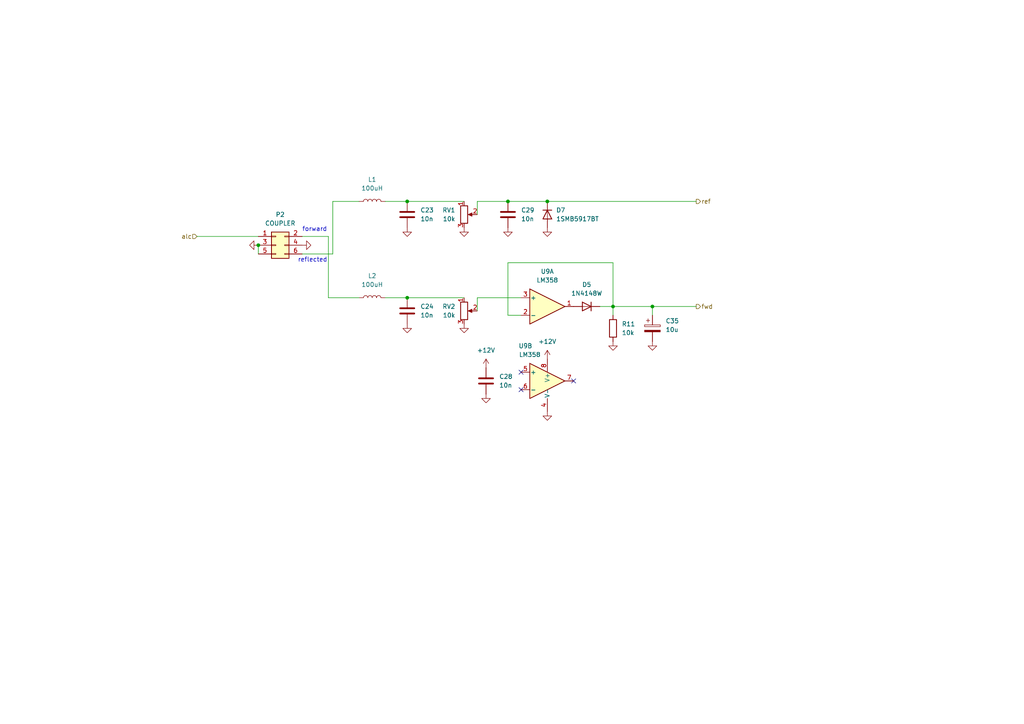
<source format=kicad_sch>
(kicad_sch (version 20230121) (generator eeschema)
  (paper "A4")
  (lib_symbols
    (symbol "Amplifier_Operational:LM358" (pin_names (offset 0.127))
      (property "Reference" "U" (at 0 5.08 0))
      (property "Value" "LM358" (at 0 -5.08 0))
      (symbol "LM358_1_1"
        (polyline (pts (xy -5.08 5.08) (xy 5.08 0) (xy -5.08 -5.08) (xy -5.08 5.08)) (stroke (width 0.254)) (fill (type background)))
        (pin output line (at 7.62 0 180) (length 2.54) (name "~") (number "1"))
        (pin input line (at -7.62 -2.54 0) (length 2.54) (name "-") (number "2"))
        (pin input line (at -7.62 2.54 0) (length 2.54) (name "+") (number "3"))
      )
      (symbol "LM358_2_1"
        (polyline (pts (xy -5.08 5.08) (xy 5.08 0) (xy -5.08 -5.08) (xy -5.08 5.08)) (stroke (width 0.254)) (fill (type background)))
        (pin input line (at -7.62 2.54 0) (length 2.54) (name "+") (number "5"))
        (pin input line (at -7.62 -2.54 0) (length 2.54) (name "-") (number "6"))
        (pin output line (at 7.62 0 180) (length 2.54) (name "~") (number "7"))
      )
      (symbol "LM358_3_1"
        (pin power_in line (at -2.54 -7.62 90) (length 3.81) (name "V-") (number "4"))
        (pin power_in line (at -2.54 7.62 270) (length 3.81) (name "V+") (number "8"))
      )
    )
    (symbol "Connector_Generic:Conn_02x03_Odd_Even" (pin_names (offset 1.016) hide)
      (property "Reference" "J" (at 1.27 5.08 0))
      (property "Value" "Conn_02x03_Odd_Even" (at 1.27 -5.08 0))
      (symbol "Conn_02x03_Odd_Even_1_1"
        (rectangle (start -1.27 -2.413) (end 0 -2.667) (stroke (width 0.1524)))
        (rectangle (start -1.27 0.127) (end 0 -0.127) (stroke (width 0.1524)))
        (rectangle (start -1.27 2.667) (end 0 2.413) (stroke (width 0.1524)))
        (rectangle (start -1.27 3.81) (end 3.81 -3.81) (stroke (width 0.254)) (fill (type background)))
        (rectangle (start 3.81 -2.413) (end 2.54 -2.667) (stroke (width 0.1524)))
        (rectangle (start 3.81 0.127) (end 2.54 -0.127) (stroke (width 0.1524)))
        (rectangle (start 3.81 2.667) (end 2.54 2.413) (stroke (width 0.1524)))
        (pin passive line (at -5.08 2.54 0) (length 3.81) (name "Pin_1") (number "1"))
        (pin passive line (at 7.62 2.54 180) (length 3.81) (name "Pin_2") (number "2"))
        (pin passive line (at -5.08 0 0) (length 3.81) (name "Pin_3") (number "3"))
        (pin passive line (at 7.62 0 180) (length 3.81) (name "Pin_4") (number "4"))
        (pin passive line (at -5.08 -2.54 0) (length 3.81) (name "Pin_5") (number "5"))
        (pin passive line (at 7.62 -2.54 180) (length 3.81) (name "Pin_6") (number "6"))
      )
    )
    (symbol "Device:C" (pin_numbers hide) (pin_names (offset 0.254))
      (property "Reference" "C" (at 0.635 2.54 0))
      (property "Value" "C" (at 0.635 -2.54 0))
      (symbol "C_0_1"
        (polyline (pts (xy -2.032 -0.762) (xy 2.032 -0.762)) (stroke (width 0.508)))
        (polyline (pts (xy -2.032 0.762) (xy 2.032 0.762)) (stroke (width 0.508)))
      )
      (symbol "C_1_1"
        (pin passive line (at 0 3.81 270) (length 2.794) (name "~") (number "1"))
        (pin passive line (at 0 -3.81 90) (length 2.794) (name "~") (number "2"))
      )
    )
    (symbol "Device:C_Polarized" (pin_numbers hide) (pin_names (offset 0.254))
      (property "Reference" "C" (at 0.635 2.54 0))
      (property "Value" "C_Polarized" (at 0.635 -2.54 0))
      (symbol "C_Polarized_0_1"
        (rectangle (start -2.286 0.508) (end 2.286 1.016))
        (polyline (pts (xy -1.778 2.286) (xy -0.762 2.286)))
        (polyline (pts (xy -1.27 2.794) (xy -1.27 1.778)))
        (rectangle (start 2.286 -0.508) (end -2.286 -1.016) (fill (type outline)))
      )
      (symbol "C_Polarized_1_1"
        (pin passive line (at 0 3.81 270) (length 2.794) (name "~") (number "1"))
        (pin passive line (at 0 -3.81 90) (length 2.794) (name "~") (number "2"))
      )
    )
    (symbol "Device:D" (pin_numbers hide) (pin_names (offset 1.016) hide)
      (property "Reference" "D" (at 0 2.54 0))
      (property "Value" "D" (at 0 -2.54 0))
      (symbol "D_0_1"
        (polyline (pts (xy -1.27 1.27) (xy -1.27 -1.27)) (stroke (width 0.254)))
        (polyline (pts (xy 1.27 0) (xy -1.27 0)))
        (polyline (pts (xy 1.27 1.27) (xy 1.27 -1.27) (xy -1.27 0) (xy 1.27 1.27)) (stroke (width 0.254)))
      )
      (symbol "D_1_1"
        (pin passive line (at -3.81 0 0) (length 2.54) (name "K") (number "1"))
        (pin passive line (at 3.81 0 180) (length 2.54) (name "A") (number "2"))
      )
    )
    (symbol "Device:L" (pin_numbers hide) (pin_names (offset 1.016) hide)
      (property "Reference" "L" (at -1.27 0 90))
      (property "Value" "L" (at 1.905 0 90))
      (symbol "L_0_1"
        (arc (start 0 -2.54) (mid 0.6323 -1.905) (end 0 -1.27))
        (arc (start 0 -1.27) (mid 0.6323 -0.635) (end 0 0))
        (arc (start 0 0) (mid 0.6323 0.635) (end 0 1.27))
        (arc (start 0 1.27) (mid 0.6323 1.905) (end 0 2.54))
      )
      (symbol "L_1_1"
        (pin passive line (at 0 3.81 270) (length 1.27) (name "1") (number "1"))
        (pin passive line (at 0 -3.81 90) (length 1.27) (name "2") (number "2"))
      )
    )
    (symbol "Device:R" (pin_numbers hide) (pin_names (offset 0))
      (property "Reference" "R" (at 2.032 0 90))
      (property "Value" "R" (at 0 0 90))
      (symbol "R_0_1"
        (rectangle (start -1.016 -2.54) (end 1.016 2.54) (stroke (width 0.254)))
      )
      (symbol "R_1_1"
        (pin passive line (at 0 3.81 270) (length 1.27) (name "~") (number "1"))
        (pin passive line (at 0 -3.81 90) (length 1.27) (name "~") (number "2"))
      )
    )
    (symbol "Device:R_Potentiometer" (pin_names (offset 1.016) hide)
      (property "Reference" "RV" (at -4.445 0 90))
      (property "Value" "R_Potentiometer" (at -2.54 0 90))
      (symbol "R_Potentiometer_0_1"
        (polyline (pts (xy 2.54 0) (xy 1.524 0)))
        (polyline (pts (xy 1.143 0) (xy 2.286 0.508) (xy 2.286 -0.508) (xy 1.143 0)) (fill (type outline)))
        (rectangle (start 1.016 2.54) (end -1.016 -2.54) (stroke (width 0.254)))
      )
      (symbol "R_Potentiometer_1_1"
        (pin passive line (at 0 3.81 270) (length 1.27) (name "1") (number "1"))
        (pin passive line (at 3.81 0 180) (length 1.27) (name "2") (number "2"))
        (pin passive line (at 0 -3.81 90) (length 1.27) (name "3") (number "3"))
      )
    )
    (symbol "Diode:1N4148W" (pin_numbers hide) (pin_names hide)
      (property "Reference" "D" (at 0 2.54 0))
      (property "Value" "1N4148W" (at 0 -2.54 0))
      (symbol "1N4148W_0_1"
        (polyline (pts (xy -1.27 1.27) (xy -1.27 -1.27)) (stroke (width 0.254)))
        (polyline (pts (xy 1.27 0) (xy -1.27 0)))
        (polyline (pts (xy 1.27 1.27) (xy 1.27 -1.27) (xy -1.27 0) (xy 1.27 1.27)) (stroke (width 0.254)))
      )
      (symbol "1N4148W_1_1"
        (pin passive line (at -3.81 0 0) (length 2.54) (name "K") (number "1"))
        (pin passive line (at 3.81 0 180) (length 2.54) (name "A") (number "2"))
      )
    )
    (symbol "power:+12V" (power) (pin_names (offset 0))
      (property "Value" "+12V" (at 0 3.556 0))
      (symbol "+12V_0_1"
        (polyline (pts (xy -0.762 1.27) (xy 0 2.54)))
        (polyline (pts (xy 0 0) (xy 0 2.54)))
        (polyline (pts (xy 0 2.54) (xy 0.762 1.27)))
      )
      (symbol "+12V_1_1"
        (pin power_in line (at 0 0 90) (length 0) hide (name "+12V") (number "1"))
      )
    )
    (symbol "power:GND" (power) (pin_names (offset 0))
      (property "Value" "GND" (at 0 -3.81 0))
      (symbol "GND_0_1"
        (polyline (pts (xy 0 0) (xy 0 -1.27) (xy 1.27 -1.27) (xy 0 -2.54) (xy -1.27 -1.27) (xy 0 -1.27)))
      )
      (symbol "GND_1_1"
        (pin power_in line (at 0 0 270) (length 0) hide (name "GND") (number "1"))
      )
    )
  )
  (junction (at 118.11 58.42))
  (junction (at 147.32 58.42))
  (junction (at 118.11 86.36))
  (junction (at 158.75 58.42))
  (junction (at 74.93 71.12))
  (junction (at 189.23 88.9))
  (junction (at 177.8 88.9))
  (no_connect (at 151.13 107.95))
  (no_connect (at 151.13 113.03))
  (no_connect (at 166.37 110.49))
  (wire (pts (xy 138.43 86.36) (xy 151.13 86.36)))
  (wire (pts (xy 111.76 86.36) (xy 118.11 86.36)))
  (wire (pts (xy 158.75 58.42) (xy 201.93 58.42)))
  (wire (pts (xy 96.52 58.42) (xy 104.14 58.42)))
  (wire (pts (xy 95.25 86.36) (xy 104.14 86.36)))
  (wire (pts (xy 177.8 76.2) (xy 177.8 88.9)))
  (wire (pts (xy 151.13 91.44) (xy 147.32 91.44)))
  (wire (pts (xy 95.25 68.58) (xy 95.25 86.36)))
  (wire (pts (xy 138.43 90.17) (xy 138.43 86.36)))
  (wire (pts (xy 57.15 68.58) (xy 74.93 68.58)))
  (wire (pts (xy 177.8 88.9) (xy 189.23 88.9)))
  (wire (pts (xy 111.76 58.42) (xy 118.11 58.42)))
  (wire (pts (xy 147.32 58.42) (xy 158.75 58.42)))
  (wire (pts (xy 189.23 88.9) (xy 189.23 91.44)))
  (wire (pts (xy 138.43 58.42) (xy 147.32 58.42)))
  (wire (pts (xy 147.32 76.2) (xy 177.8 76.2)))
  (wire (pts (xy 118.11 58.42) (xy 134.62 58.42)))
  (wire (pts (xy 147.32 91.44) (xy 147.32 76.2)))
  (wire (pts (xy 96.52 73.66) (xy 96.52 58.42)))
  (wire (pts (xy 138.43 62.23) (xy 138.43 58.42)))
  (wire (pts (xy 173.99 88.9) (xy 177.8 88.9)))
  (wire (pts (xy 87.63 68.58) (xy 95.25 68.58)))
  (wire (pts (xy 118.11 86.36) (xy 134.62 86.36)))
  (wire (pts (xy 189.23 88.9) (xy 201.93 88.9)))
  (wire (pts (xy 74.93 71.12) (xy 74.93 73.66)))
  (wire (pts (xy 177.8 88.9) (xy 177.8 91.44)))
  (wire (pts (xy 87.63 73.66) (xy 96.52 73.66)))
  (text "forward" (at 87.63 67.31 0) (effects (font (size 1.27 1.27)) (justify left bottom)))
  (text "reflected" (at 86.36 76.2 0) (effects (font (size 1.27 1.27)) (justify left bottom)))
  (hierarchical_label "alc" (shape input) (at 57.15 68.58 180))
  (hierarchical_label "fwd" (shape output) (at 201.93 88.9 0))
  (hierarchical_label "ref" (shape output) (at 201.93 58.42 0))
  (symbol (lib_id "Device:C") (at 147.32 62.23 0) (unit 1)
    (property "Reference" "C29" (at 151.13 60.9599 0) (effects (justify left)))
    (property "Value" "10n" (at 151.13 63.4999 0) (effects (justify left)))
    (property "Footprint" "Capacitor_SMD:C_1206_3216Metric" (effects hide))
  )
  (symbol (lib_id "power:GND") (at 147.32 66.04 0) (mirror y) (unit 1)
    (property "Reference" "#PWR087" (effects hide))
    (property "Value" "GND" (effects hide))
  )
  (symbol (lib_id "power:GND") (at 87.63 71.12 90) (mirror x) (unit 1)
    (property "Reference" "#PWR076" (effects hide))
    (property "Value" "GND" (effects hide))
  )
  (symbol (lib_id "power:GND") (at 134.62 66.04 0) (mirror y) (unit 1)
    (property "Reference" "#PWR083" (effects hide))
    (property "Value" "GND" (effects hide))
  )
  (symbol (lib_id "Device:C_Polarized") (at 189.23 95.25 0) (unit 1)
    (property "Reference" "C35" (at 193.04 93.0909 0) (effects (justify left)))
    (property "Value" "10u" (at 193.04 95.6309 0) (effects (justify left)))
    (property "Footprint" "Capacitor_THT:CP_Radial_D4.0mm_P2.00mm" (effects hide))
  )
  (symbol (lib_id "power:+12V") (at 140.97 106.68 0) (unit 1)
    (property "Reference" "#PWR085" (effects hide))
    (property "Value" "+12V" (at 140.97 101.6 0))
  )
  (symbol (lib_id "Device:D") (at 158.75 62.23 270) (unit 1)
    (property "Reference" "D7" (at 161.29 60.9599 90) (effects (justify left)))
    (property "Value" "1SMB5917BT" (at 161.29 63.4999 90) (effects (justify left)))
    (property "Footprint" "Diode_SMD:D_SMB" (effects hide))
  )
  (symbol (lib_id "Device:L") (at 107.95 86.36 90) (unit 1)
    (property "Reference" "L2" (at 107.95 80.01 90))
    (property "Value" "100uH" (at 107.95 82.55 90))
    (property "Footprint" "Inductor_SMD:L_1812_4532Metric" (effects hide))
  )
  (symbol (lib_id "Amplifier_Operational:LM358") (at 158.75 88.9 0) (unit 1)
    (property "Reference" "U9" (at 158.75 78.74 0))
    (property "Value" "LM358" (at 158.75 81.28 0))
    (property "Footprint" "Package_SO:SOIC-8_3.9x4.9mm_P1.27mm" (effects hide))
    (property "Datasheet" "http://www.ti.com/lit/ds/symlink/lm2904-n.pdf" (effects hide))
  )
  (symbol (lib_id "power:GND") (at 74.93 71.12 270) (unit 1)
    (property "Reference" "#PWR075" (effects hide))
    (property "Value" "GND" (effects hide))
  )
  (symbol (lib_id "Diode:1N4148W") (at 170.18 88.9 0) (mirror y) (unit 1)
    (property "Reference" "D5" (at 170.18 82.55 0))
    (property "Value" "1N4148W" (at 170.18 85.09 0))
    (property "Footprint" "Diode_SMD:D_SOD-123" (effects hide))
    (property "Datasheet" "https://www.vishay.com/docs/85748/1n4148w.pdf" (effects hide))
  )
  (symbol (lib_id "power:GND") (at 158.75 119.38 0) (mirror y) (unit 1)
    (property "Reference" "#PWR093" (effects hide))
    (property "Value" "GND" (effects hide))
  )
  (symbol (lib_id "Device:R_Potentiometer") (at 134.62 62.23 0) (unit 1)
    (property "Reference" "RV1" (at 132.08 60.9599 0) (effects (justify right)))
    (property "Value" "10k" (at 132.08 63.4999 0) (effects (justify right)))
    (property "Footprint" "Potentiometer_THT:Potentiometer_Bourns_3296X_Horizontal" (effects hide))
  )
  (symbol (lib_id "Amplifier_Operational:LM358") (at 158.75 110.49 0) (unit 2)
    (property "Reference" "U9" (at 152.4 100.33 0))
    (property "Value" "LM358" (at 153.67 102.87 0))
    (property "Footprint" "Package_SO:SOIC-8_3.9x4.9mm_P1.27mm" (effects hide))
    (property "Datasheet" "http://www.ti.com/lit/ds/symlink/lm2904-n.pdf" (effects hide))
  )
  (symbol (lib_id "Device:R") (at 177.8 95.25 0) (unit 1)
    (property "Reference" "R11" (at 180.34 93.9799 0) (effects (justify left)))
    (property "Value" "10k" (at 180.34 96.5199 0) (effects (justify left)))
    (property "Footprint" "Resistor_SMD:R_1206_3216Metric" (effects hide))
  )
  (symbol (lib_id "power:GND") (at 189.23 99.06 0) (mirror y) (unit 1)
    (property "Reference" "#PWR0100" (effects hide))
    (property "Value" "GND" (effects hide))
  )
  (symbol (lib_id "Amplifier_Operational:LM358") (at 161.29 111.76 0) (unit 3)
    (property "Reference" "U9" (effects hide))
    (property "Value" "LM358" (effects hide))
    (property "Footprint" "Package_SO:SOIC-8_3.9x4.9mm_P1.27mm" (effects hide))
    (property "Datasheet" "http://www.ti.com/lit/ds/symlink/lm2904-n.pdf" (effects hide))
  )
  (symbol (lib_id "power:GND") (at 177.8 99.06 0) (mirror y) (unit 1)
    (property "Reference" "#PWR098" (effects hide))
    (property "Value" "GND" (effects hide))
  )
  (symbol (lib_id "Device:C") (at 118.11 90.17 0) (unit 1)
    (property "Reference" "C24" (at 121.92 88.8999 0) (effects (justify left)))
    (property "Value" "10n" (at 121.92 91.4399 0) (effects (justify left)))
    (property "Footprint" "Capacitor_SMD:C_1206_3216Metric" (effects hide))
  )
  (symbol (lib_id "power:GND") (at 134.62 93.98 0) (mirror y) (unit 1)
    (property "Reference" "#PWR084" (effects hide))
    (property "Value" "GND" (effects hide))
  )
  (symbol (lib_id "power:GND") (at 140.97 114.3 0) (mirror y) (unit 1)
    (property "Reference" "#PWR086" (effects hide))
    (property "Value" "GND" (effects hide))
  )
  (symbol (lib_id "power:GND") (at 118.11 93.98 0) (mirror y) (unit 1)
    (property "Reference" "#PWR079" (effects hide))
    (property "Value" "GND" (effects hide))
  )
  (symbol (lib_id "Device:L") (at 107.95 58.42 90) (unit 1)
    (property "Reference" "L1" (at 107.95 52.07 90))
    (property "Value" "100uH" (at 107.95 54.61 90))
    (property "Footprint" "Inductor_SMD:L_1812_4532Metric" (effects hide))
  )
  (symbol (lib_id "power:GND") (at 118.11 66.04 0) (mirror y) (unit 1)
    (property "Reference" "#PWR078" (effects hide))
    (property "Value" "GND" (effects hide))
  )
  (symbol (lib_id "power:+12V") (at 158.75 104.14 0) (unit 1)
    (property "Reference" "#PWR092" (effects hide))
    (property "Value" "+12V" (at 158.75 99.06 0))
  )
  (symbol (lib_id "power:GND") (at 158.75 66.04 0) (mirror y) (unit 1)
    (property "Reference" "#PWR0102" (effects hide))
    (property "Value" "GND" (effects hide))
  )
  (symbol (lib_id "Connector_Generic:Conn_02x03_Odd_Even") (at 80.01 71.12 0) (unit 1)
    (property "Reference" "P2" (at 81.28 62.23 0))
    (property "Value" "COUPLER" (at 81.28 64.77 0))
    (property "Footprint" "Connector_IDC:IDC-Header_2x03_P2.54mm_Vertical" (effects hide))
  )
  (symbol (lib_id "Device:C") (at 140.97 110.49 0) (unit 1)
    (property "Reference" "C28" (at 144.78 109.2199 0) (effects (justify left)))
    (property "Value" "10n" (at 144.78 111.7599 0) (effects (justify left)))
    (property "Footprint" "Capacitor_SMD:C_1206_3216Metric" (effects hide))
  )
  (symbol (lib_id "Device:R_Potentiometer") (at 134.62 90.17 0) (unit 1)
    (property "Reference" "RV2" (at 132.08 88.8999 0) (effects (justify right)))
    (property "Value" "10k" (at 132.08 91.4399 0) (effects (justify right)))
    (property "Footprint" "Potentiometer_THT:Potentiometer_Bourns_3296X_Horizontal" (effects hide))
  )
  (symbol (lib_id "Device:C") (at 118.11 62.23 0) (unit 1)
    (property "Reference" "C23" (at 121.92 60.9599 0) (effects (justify left)))
    (property "Value" "10n" (at 121.92 63.4999 0) (effects (justify left)))
    (property "Footprint" "Capacitor_SMD:C_1206_3216Metric" (effects hide))
  )
)
</source>
